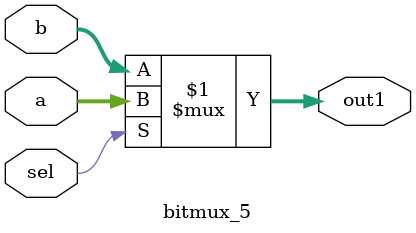
<source format=v>
module bitmux_5 (a,b,out1,sel);
input[4:0]a,b;
input sel ;
output[4:0] out1;
assign out1 =(sel)?a:b;
endmodule

</source>
